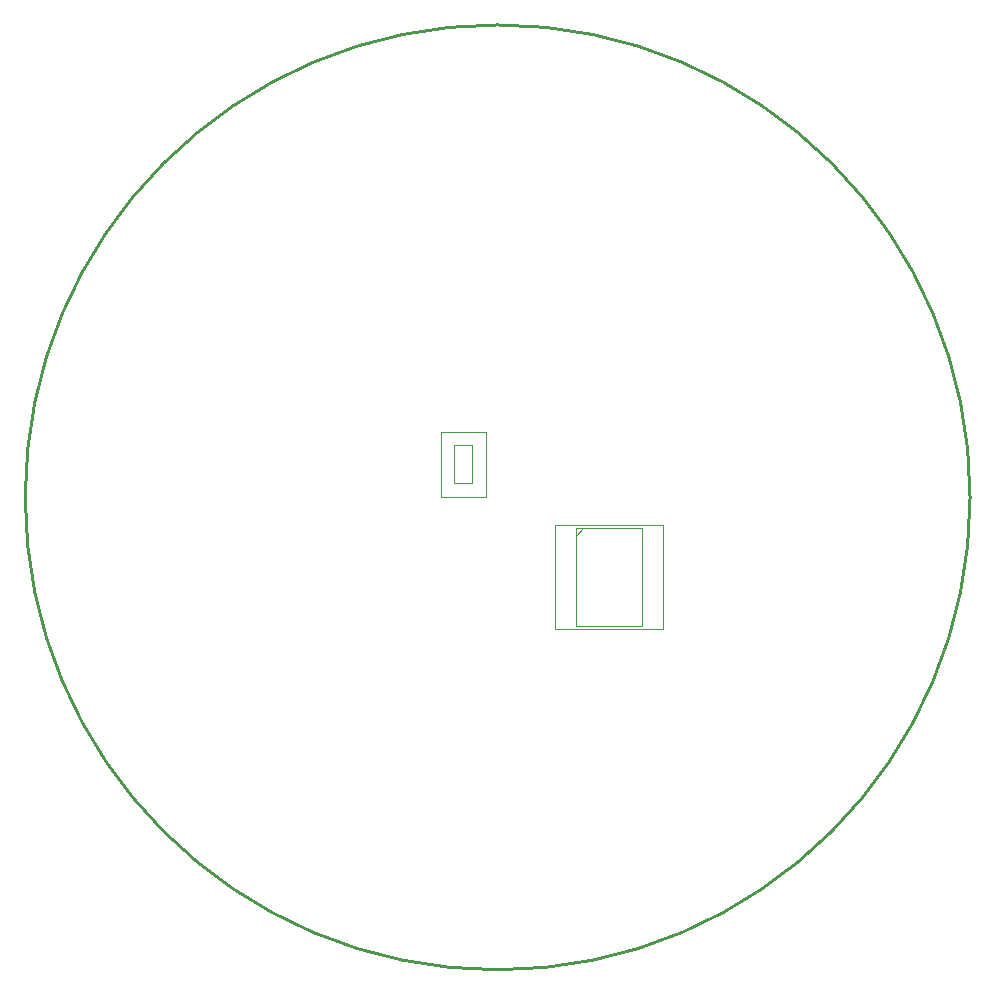
<source format=gm1>
G04*
G04 #@! TF.GenerationSoftware,Altium Limited,Altium Designer,18.1.7 (191)*
G04*
G04 Layer_Color=16711935*
%FSLAX25Y25*%
%MOIN*%
G70*
G01*
G75*
%ADD10C,0.00394*%
%ADD11C,0.01000*%
%ADD14C,0.00197*%
D10*
X429047Y324799D02*
X434953D01*
Y312201D02*
Y324799D01*
X429047Y312201D02*
X434953D01*
X429047D02*
Y324799D01*
X469476Y297339D02*
X491524D01*
Y264661D02*
Y297339D01*
X469476Y264661D02*
X491524D01*
X469476D02*
Y297339D01*
Y294779D02*
X472035Y297339D01*
X424520Y329327D02*
X439480D01*
X424520Y307673D02*
Y329327D01*
Y307673D02*
X439480D01*
Y329327D01*
D11*
X600980Y307500D02*
G03*
X600980Y307500I-157480J0D01*
G01*
D14*
X462488Y298323D02*
X498512D01*
Y263677D02*
Y298323D01*
X462488Y263677D02*
X498512D01*
X462488D02*
Y298323D01*
M02*

</source>
